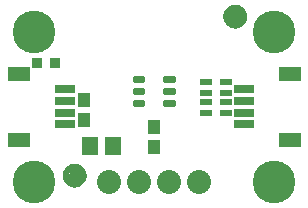
<source format=gbr>
G04 EAGLE Gerber RS-274X export*
G75*
%MOMM*%
%FSLAX34Y34*%
%LPD*%
%INSoldermask Top*%
%IPPOS*%
%AMOC8*
5,1,8,0,0,1.08239X$1,22.5*%
G01*
%ADD10R,1.341600X1.601600*%
%ADD11R,1.101600X1.176600*%
%ADD12R,1.001600X0.551600*%
%ADD13C,3.617600*%
%ADD14R,1.651600X0.701600*%
%ADD15R,1.901600X1.301600*%
%ADD16C,1.101600*%
%ADD17C,0.500000*%
%ADD18R,0.901600X0.901600*%
%ADD19C,0.348925*%
%ADD20C,2.032000*%


D10*
X73050Y55880D03*
X92050Y55880D03*
D11*
X127000Y72000D03*
X127000Y55000D03*
D12*
X187570Y109520D03*
X170570Y109520D03*
X187570Y100520D03*
X187570Y92520D03*
X187570Y83520D03*
X170570Y83520D03*
X170570Y100520D03*
X170570Y92520D03*
D13*
X25400Y152400D03*
X228600Y152400D03*
D14*
X202825Y83900D03*
X202825Y93900D03*
X202825Y73900D03*
X202825Y103900D03*
D15*
X241825Y60900D03*
X241825Y116900D03*
D14*
X51175Y93900D03*
X51175Y83900D03*
X51175Y103900D03*
X51175Y73900D03*
D15*
X12175Y116900D03*
X12175Y60900D03*
D16*
X59690Y30480D03*
D17*
X59690Y37980D02*
X59509Y37978D01*
X59328Y37971D01*
X59147Y37960D01*
X58966Y37945D01*
X58786Y37925D01*
X58606Y37901D01*
X58427Y37873D01*
X58249Y37840D01*
X58072Y37803D01*
X57895Y37762D01*
X57720Y37717D01*
X57545Y37667D01*
X57372Y37613D01*
X57201Y37555D01*
X57030Y37493D01*
X56862Y37426D01*
X56695Y37356D01*
X56529Y37282D01*
X56366Y37203D01*
X56205Y37121D01*
X56045Y37035D01*
X55888Y36945D01*
X55733Y36851D01*
X55580Y36754D01*
X55430Y36652D01*
X55282Y36548D01*
X55136Y36439D01*
X54994Y36328D01*
X54854Y36212D01*
X54717Y36094D01*
X54582Y35972D01*
X54451Y35847D01*
X54323Y35719D01*
X54198Y35588D01*
X54076Y35453D01*
X53958Y35316D01*
X53842Y35176D01*
X53731Y35034D01*
X53622Y34888D01*
X53518Y34740D01*
X53416Y34590D01*
X53319Y34437D01*
X53225Y34282D01*
X53135Y34125D01*
X53049Y33965D01*
X52967Y33804D01*
X52888Y33641D01*
X52814Y33475D01*
X52744Y33308D01*
X52677Y33140D01*
X52615Y32969D01*
X52557Y32798D01*
X52503Y32625D01*
X52453Y32450D01*
X52408Y32275D01*
X52367Y32098D01*
X52330Y31921D01*
X52297Y31743D01*
X52269Y31564D01*
X52245Y31384D01*
X52225Y31204D01*
X52210Y31023D01*
X52199Y30842D01*
X52192Y30661D01*
X52190Y30480D01*
X59690Y37980D02*
X59871Y37978D01*
X60052Y37971D01*
X60233Y37960D01*
X60414Y37945D01*
X60594Y37925D01*
X60774Y37901D01*
X60953Y37873D01*
X61131Y37840D01*
X61308Y37803D01*
X61485Y37762D01*
X61660Y37717D01*
X61835Y37667D01*
X62008Y37613D01*
X62179Y37555D01*
X62350Y37493D01*
X62518Y37426D01*
X62685Y37356D01*
X62851Y37282D01*
X63014Y37203D01*
X63175Y37121D01*
X63335Y37035D01*
X63492Y36945D01*
X63647Y36851D01*
X63800Y36754D01*
X63950Y36652D01*
X64098Y36548D01*
X64244Y36439D01*
X64386Y36328D01*
X64526Y36212D01*
X64663Y36094D01*
X64798Y35972D01*
X64929Y35847D01*
X65057Y35719D01*
X65182Y35588D01*
X65304Y35453D01*
X65422Y35316D01*
X65538Y35176D01*
X65649Y35034D01*
X65758Y34888D01*
X65862Y34740D01*
X65964Y34590D01*
X66061Y34437D01*
X66155Y34282D01*
X66245Y34125D01*
X66331Y33965D01*
X66413Y33804D01*
X66492Y33641D01*
X66566Y33475D01*
X66636Y33308D01*
X66703Y33140D01*
X66765Y32969D01*
X66823Y32798D01*
X66877Y32625D01*
X66927Y32450D01*
X66972Y32275D01*
X67013Y32098D01*
X67050Y31921D01*
X67083Y31743D01*
X67111Y31564D01*
X67135Y31384D01*
X67155Y31204D01*
X67170Y31023D01*
X67181Y30842D01*
X67188Y30661D01*
X67190Y30480D01*
X67188Y30299D01*
X67181Y30118D01*
X67170Y29937D01*
X67155Y29756D01*
X67135Y29576D01*
X67111Y29396D01*
X67083Y29217D01*
X67050Y29039D01*
X67013Y28862D01*
X66972Y28685D01*
X66927Y28510D01*
X66877Y28335D01*
X66823Y28162D01*
X66765Y27991D01*
X66703Y27820D01*
X66636Y27652D01*
X66566Y27485D01*
X66492Y27319D01*
X66413Y27156D01*
X66331Y26995D01*
X66245Y26835D01*
X66155Y26678D01*
X66061Y26523D01*
X65964Y26370D01*
X65862Y26220D01*
X65758Y26072D01*
X65649Y25926D01*
X65538Y25784D01*
X65422Y25644D01*
X65304Y25507D01*
X65182Y25372D01*
X65057Y25241D01*
X64929Y25113D01*
X64798Y24988D01*
X64663Y24866D01*
X64526Y24748D01*
X64386Y24632D01*
X64244Y24521D01*
X64098Y24412D01*
X63950Y24308D01*
X63800Y24206D01*
X63647Y24109D01*
X63492Y24015D01*
X63335Y23925D01*
X63175Y23839D01*
X63014Y23757D01*
X62851Y23678D01*
X62685Y23604D01*
X62518Y23534D01*
X62350Y23467D01*
X62179Y23405D01*
X62008Y23347D01*
X61835Y23293D01*
X61660Y23243D01*
X61485Y23198D01*
X61308Y23157D01*
X61131Y23120D01*
X60953Y23087D01*
X60774Y23059D01*
X60594Y23035D01*
X60414Y23015D01*
X60233Y23000D01*
X60052Y22989D01*
X59871Y22982D01*
X59690Y22980D01*
X59509Y22982D01*
X59328Y22989D01*
X59147Y23000D01*
X58966Y23015D01*
X58786Y23035D01*
X58606Y23059D01*
X58427Y23087D01*
X58249Y23120D01*
X58072Y23157D01*
X57895Y23198D01*
X57720Y23243D01*
X57545Y23293D01*
X57372Y23347D01*
X57201Y23405D01*
X57030Y23467D01*
X56862Y23534D01*
X56695Y23604D01*
X56529Y23678D01*
X56366Y23757D01*
X56205Y23839D01*
X56045Y23925D01*
X55888Y24015D01*
X55733Y24109D01*
X55580Y24206D01*
X55430Y24308D01*
X55282Y24412D01*
X55136Y24521D01*
X54994Y24632D01*
X54854Y24748D01*
X54717Y24866D01*
X54582Y24988D01*
X54451Y25113D01*
X54323Y25241D01*
X54198Y25372D01*
X54076Y25507D01*
X53958Y25644D01*
X53842Y25784D01*
X53731Y25926D01*
X53622Y26072D01*
X53518Y26220D01*
X53416Y26370D01*
X53319Y26523D01*
X53225Y26678D01*
X53135Y26835D01*
X53049Y26995D01*
X52967Y27156D01*
X52888Y27319D01*
X52814Y27485D01*
X52744Y27652D01*
X52677Y27820D01*
X52615Y27991D01*
X52557Y28162D01*
X52503Y28335D01*
X52453Y28510D01*
X52408Y28685D01*
X52367Y28862D01*
X52330Y29039D01*
X52297Y29217D01*
X52269Y29396D01*
X52245Y29576D01*
X52225Y29756D01*
X52210Y29937D01*
X52199Y30118D01*
X52192Y30299D01*
X52190Y30480D01*
D16*
X195580Y165100D03*
D17*
X195580Y172600D02*
X195399Y172598D01*
X195218Y172591D01*
X195037Y172580D01*
X194856Y172565D01*
X194676Y172545D01*
X194496Y172521D01*
X194317Y172493D01*
X194139Y172460D01*
X193962Y172423D01*
X193785Y172382D01*
X193610Y172337D01*
X193435Y172287D01*
X193262Y172233D01*
X193091Y172175D01*
X192920Y172113D01*
X192752Y172046D01*
X192585Y171976D01*
X192419Y171902D01*
X192256Y171823D01*
X192095Y171741D01*
X191935Y171655D01*
X191778Y171565D01*
X191623Y171471D01*
X191470Y171374D01*
X191320Y171272D01*
X191172Y171168D01*
X191026Y171059D01*
X190884Y170948D01*
X190744Y170832D01*
X190607Y170714D01*
X190472Y170592D01*
X190341Y170467D01*
X190213Y170339D01*
X190088Y170208D01*
X189966Y170073D01*
X189848Y169936D01*
X189732Y169796D01*
X189621Y169654D01*
X189512Y169508D01*
X189408Y169360D01*
X189306Y169210D01*
X189209Y169057D01*
X189115Y168902D01*
X189025Y168745D01*
X188939Y168585D01*
X188857Y168424D01*
X188778Y168261D01*
X188704Y168095D01*
X188634Y167928D01*
X188567Y167760D01*
X188505Y167589D01*
X188447Y167418D01*
X188393Y167245D01*
X188343Y167070D01*
X188298Y166895D01*
X188257Y166718D01*
X188220Y166541D01*
X188187Y166363D01*
X188159Y166184D01*
X188135Y166004D01*
X188115Y165824D01*
X188100Y165643D01*
X188089Y165462D01*
X188082Y165281D01*
X188080Y165100D01*
X195580Y172600D02*
X195761Y172598D01*
X195942Y172591D01*
X196123Y172580D01*
X196304Y172565D01*
X196484Y172545D01*
X196664Y172521D01*
X196843Y172493D01*
X197021Y172460D01*
X197198Y172423D01*
X197375Y172382D01*
X197550Y172337D01*
X197725Y172287D01*
X197898Y172233D01*
X198069Y172175D01*
X198240Y172113D01*
X198408Y172046D01*
X198575Y171976D01*
X198741Y171902D01*
X198904Y171823D01*
X199065Y171741D01*
X199225Y171655D01*
X199382Y171565D01*
X199537Y171471D01*
X199690Y171374D01*
X199840Y171272D01*
X199988Y171168D01*
X200134Y171059D01*
X200276Y170948D01*
X200416Y170832D01*
X200553Y170714D01*
X200688Y170592D01*
X200819Y170467D01*
X200947Y170339D01*
X201072Y170208D01*
X201194Y170073D01*
X201312Y169936D01*
X201428Y169796D01*
X201539Y169654D01*
X201648Y169508D01*
X201752Y169360D01*
X201854Y169210D01*
X201951Y169057D01*
X202045Y168902D01*
X202135Y168745D01*
X202221Y168585D01*
X202303Y168424D01*
X202382Y168261D01*
X202456Y168095D01*
X202526Y167928D01*
X202593Y167760D01*
X202655Y167589D01*
X202713Y167418D01*
X202767Y167245D01*
X202817Y167070D01*
X202862Y166895D01*
X202903Y166718D01*
X202940Y166541D01*
X202973Y166363D01*
X203001Y166184D01*
X203025Y166004D01*
X203045Y165824D01*
X203060Y165643D01*
X203071Y165462D01*
X203078Y165281D01*
X203080Y165100D01*
X203078Y164919D01*
X203071Y164738D01*
X203060Y164557D01*
X203045Y164376D01*
X203025Y164196D01*
X203001Y164016D01*
X202973Y163837D01*
X202940Y163659D01*
X202903Y163482D01*
X202862Y163305D01*
X202817Y163130D01*
X202767Y162955D01*
X202713Y162782D01*
X202655Y162611D01*
X202593Y162440D01*
X202526Y162272D01*
X202456Y162105D01*
X202382Y161939D01*
X202303Y161776D01*
X202221Y161615D01*
X202135Y161455D01*
X202045Y161298D01*
X201951Y161143D01*
X201854Y160990D01*
X201752Y160840D01*
X201648Y160692D01*
X201539Y160546D01*
X201428Y160404D01*
X201312Y160264D01*
X201194Y160127D01*
X201072Y159992D01*
X200947Y159861D01*
X200819Y159733D01*
X200688Y159608D01*
X200553Y159486D01*
X200416Y159368D01*
X200276Y159252D01*
X200134Y159141D01*
X199988Y159032D01*
X199840Y158928D01*
X199690Y158826D01*
X199537Y158729D01*
X199382Y158635D01*
X199225Y158545D01*
X199065Y158459D01*
X198904Y158377D01*
X198741Y158298D01*
X198575Y158224D01*
X198408Y158154D01*
X198240Y158087D01*
X198069Y158025D01*
X197898Y157967D01*
X197725Y157913D01*
X197550Y157863D01*
X197375Y157818D01*
X197198Y157777D01*
X197021Y157740D01*
X196843Y157707D01*
X196664Y157679D01*
X196484Y157655D01*
X196304Y157635D01*
X196123Y157620D01*
X195942Y157609D01*
X195761Y157602D01*
X195580Y157600D01*
X195399Y157602D01*
X195218Y157609D01*
X195037Y157620D01*
X194856Y157635D01*
X194676Y157655D01*
X194496Y157679D01*
X194317Y157707D01*
X194139Y157740D01*
X193962Y157777D01*
X193785Y157818D01*
X193610Y157863D01*
X193435Y157913D01*
X193262Y157967D01*
X193091Y158025D01*
X192920Y158087D01*
X192752Y158154D01*
X192585Y158224D01*
X192419Y158298D01*
X192256Y158377D01*
X192095Y158459D01*
X191935Y158545D01*
X191778Y158635D01*
X191623Y158729D01*
X191470Y158826D01*
X191320Y158928D01*
X191172Y159032D01*
X191026Y159141D01*
X190884Y159252D01*
X190744Y159368D01*
X190607Y159486D01*
X190472Y159608D01*
X190341Y159733D01*
X190213Y159861D01*
X190088Y159992D01*
X189966Y160127D01*
X189848Y160264D01*
X189732Y160404D01*
X189621Y160546D01*
X189512Y160692D01*
X189408Y160840D01*
X189306Y160990D01*
X189209Y161143D01*
X189115Y161298D01*
X189025Y161455D01*
X188939Y161615D01*
X188857Y161776D01*
X188778Y161939D01*
X188704Y162105D01*
X188634Y162272D01*
X188567Y162440D01*
X188505Y162611D01*
X188447Y162782D01*
X188393Y162955D01*
X188343Y163130D01*
X188298Y163305D01*
X188257Y163482D01*
X188220Y163659D01*
X188187Y163837D01*
X188159Y164016D01*
X188135Y164196D01*
X188115Y164376D01*
X188100Y164557D01*
X188089Y164738D01*
X188082Y164919D01*
X188080Y165100D01*
D13*
X25400Y25400D03*
X228600Y25400D03*
D18*
X28060Y125730D03*
X43060Y125730D03*
D19*
X110486Y110336D02*
X117514Y110336D01*
X110486Y110336D02*
X110486Y112864D01*
X117514Y112864D01*
X117514Y110336D01*
X117514Y100336D02*
X110486Y100336D01*
X110486Y102864D01*
X117514Y102864D01*
X117514Y100336D01*
X117514Y90336D02*
X110486Y90336D01*
X110486Y92864D01*
X117514Y92864D01*
X117514Y90336D01*
X136486Y90336D02*
X143514Y90336D01*
X136486Y90336D02*
X136486Y92864D01*
X143514Y92864D01*
X143514Y90336D01*
X143514Y100336D02*
X136486Y100336D01*
X136486Y102864D01*
X143514Y102864D01*
X143514Y100336D01*
X143514Y110336D02*
X136486Y110336D01*
X136486Y112864D01*
X143514Y112864D01*
X143514Y110336D01*
D20*
X88900Y25400D03*
X114300Y25400D03*
X139700Y25400D03*
X165100Y25400D03*
D11*
X67310Y94860D03*
X67310Y77860D03*
M02*

</source>
